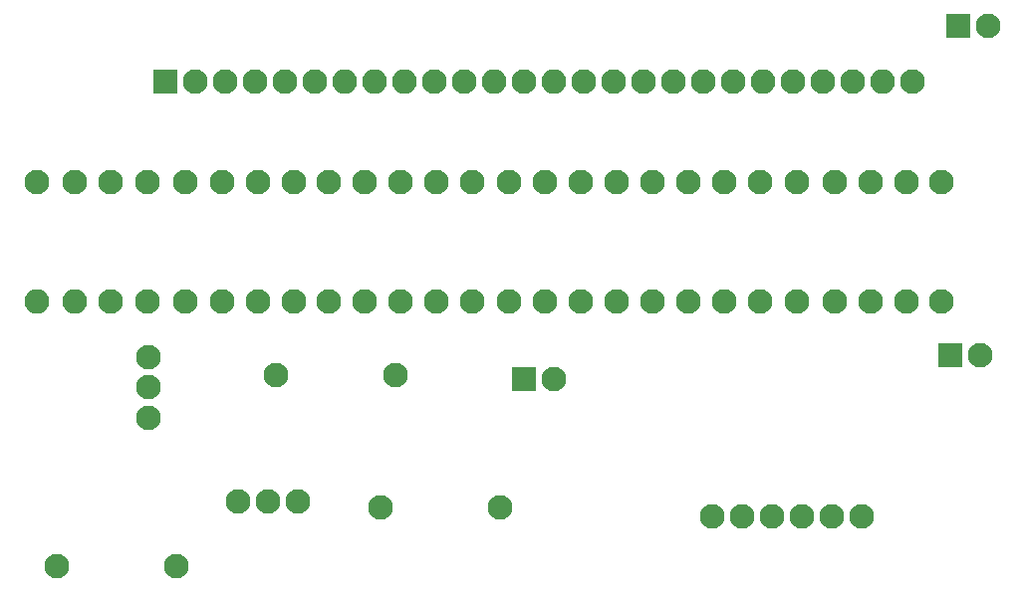
<source format=gbr>
%TF.GenerationSoftware,KiCad,Pcbnew,8.0.3*%
%TF.CreationDate,2024-07-19T22:03:55-04:00*%
%TF.ProjectId,CCPPowerBoard,43435050-6f77-4657-9242-6f6172642e6b,rev?*%
%TF.SameCoordinates,Original*%
%TF.FileFunction,Soldermask,Bot*%
%TF.FilePolarity,Negative*%
%FSLAX46Y46*%
G04 Gerber Fmt 4.6, Leading zero omitted, Abs format (unit mm)*
G04 Created by KiCad (PCBNEW 8.0.3) date 2024-07-19 22:03:55*
%MOMM*%
%LPD*%
G01*
G04 APERTURE LIST*
%ADD10C,2.100000*%
%ADD11R,2.100000X2.100000*%
%ADD12O,2.100000X2.100000*%
G04 APERTURE END LIST*
D10*
%TO.C,R1*%
X149100000Y-69500000D03*
X149100000Y-79660000D03*
%TD*%
%TO.C,R15*%
X106200000Y-69500000D03*
X106200000Y-79660000D03*
%TD*%
%TO.C,R10*%
X121450000Y-69500000D03*
X121450000Y-79660000D03*
%TD*%
%TO.C,R8*%
X127550000Y-69500000D03*
X127550000Y-79660000D03*
%TD*%
%TO.C,R22*%
X84800000Y-69500000D03*
X84800000Y-79660000D03*
%TD*%
%TO.C,R18*%
X97050000Y-69500000D03*
X97050000Y-79660000D03*
%TD*%
%TO.C,R2*%
X146100000Y-69500000D03*
X146100000Y-79660000D03*
%TD*%
%TO.C,R13*%
X112300000Y-69500000D03*
X112300000Y-79660000D03*
%TD*%
%TO.C,R29*%
X92535000Y-86000000D03*
X102695000Y-86000000D03*
%TD*%
%TO.C,R12*%
X115350000Y-69500000D03*
X115350000Y-79660000D03*
%TD*%
%TO.C,J2*%
X129650000Y-98000000D03*
X132190000Y-98000000D03*
X134730000Y-98000000D03*
X137270000Y-98000000D03*
X139810000Y-98000000D03*
X142350000Y-98000000D03*
%TD*%
%TO.C,R28*%
X73920000Y-102250000D03*
X84080000Y-102250000D03*
%TD*%
%TO.C,R27*%
X111600000Y-97250000D03*
X101440000Y-97250000D03*
%TD*%
D11*
%TO.C,J6*%
X149825000Y-84250000D03*
D10*
X152365000Y-84250000D03*
%TD*%
%TO.C,R26*%
X72200000Y-69500000D03*
D12*
X72200000Y-79660000D03*
%TD*%
D10*
%TO.C,R4*%
X140000000Y-69500000D03*
X140000000Y-79660000D03*
%TD*%
D11*
%TO.C,J7*%
X150500000Y-56250000D03*
D10*
X153040000Y-56250000D03*
%TD*%
%TO.C,R23*%
X81600000Y-69500000D03*
X81600000Y-79660000D03*
%TD*%
%TO.C,Q2*%
X89270000Y-96750000D03*
X91810000Y-96750000D03*
X94350000Y-96750000D03*
%TD*%
%TO.C,Q1*%
X81725000Y-84400000D03*
X81725000Y-87000000D03*
X81725000Y-89600000D03*
%TD*%
D11*
%TO.C,J1*%
X83110000Y-60950000D03*
D10*
X85650000Y-60950000D03*
X88190000Y-60950000D03*
X90730000Y-60950000D03*
X93270000Y-60950000D03*
X95810000Y-60950000D03*
D12*
X98350000Y-60950000D03*
X100890000Y-60950000D03*
X103430000Y-60950000D03*
D10*
X105970000Y-60950000D03*
X108510000Y-60950000D03*
D12*
X111050000Y-60950000D03*
D10*
X113590000Y-60950000D03*
D12*
X116130000Y-60950000D03*
D10*
X118670000Y-60950000D03*
X121210000Y-60950000D03*
X123750000Y-60950000D03*
X126290000Y-60950000D03*
X128830000Y-60950000D03*
X131370000Y-60950000D03*
D12*
X133910000Y-60950000D03*
D10*
X136450000Y-60950000D03*
X138990000Y-60950000D03*
X141530000Y-60950000D03*
D12*
X144070000Y-60950000D03*
D10*
X146610000Y-60950000D03*
%TD*%
%TO.C,R25*%
X75400000Y-69500000D03*
D12*
X75400000Y-79660000D03*
%TD*%
D10*
%TO.C,R20*%
X91000000Y-69500000D03*
X91000000Y-79660000D03*
%TD*%
%TO.C,R21*%
X87950000Y-69500000D03*
X87950000Y-79660000D03*
%TD*%
%TO.C,R17*%
X100100000Y-69500000D03*
X100100000Y-79660000D03*
%TD*%
%TO.C,R24*%
X78500000Y-69500000D03*
X78500000Y-79660000D03*
%TD*%
%TO.C,R9*%
X124500000Y-69500000D03*
X124500000Y-79660000D03*
%TD*%
%TO.C,R5*%
X136850000Y-69500000D03*
X136850000Y-79660000D03*
%TD*%
D11*
%TO.C,J5*%
X113575000Y-86300000D03*
D10*
X116115000Y-86300000D03*
%TD*%
%TO.C,R19*%
X94050000Y-69500000D03*
X94050000Y-79660000D03*
%TD*%
%TO.C,R6*%
X133650000Y-69500000D03*
X133650000Y-79660000D03*
%TD*%
%TO.C,R3*%
X143050000Y-69500000D03*
X143050000Y-79660000D03*
%TD*%
%TO.C,R14*%
X109250000Y-69500000D03*
X109250000Y-79660000D03*
%TD*%
%TO.C,R16*%
X103150000Y-69500000D03*
X103150000Y-79660000D03*
%TD*%
%TO.C,R11*%
X118400000Y-69500000D03*
X118400000Y-79660000D03*
%TD*%
%TO.C,R7*%
X130600000Y-69500000D03*
X130600000Y-79660000D03*
%TD*%
M02*

</source>
